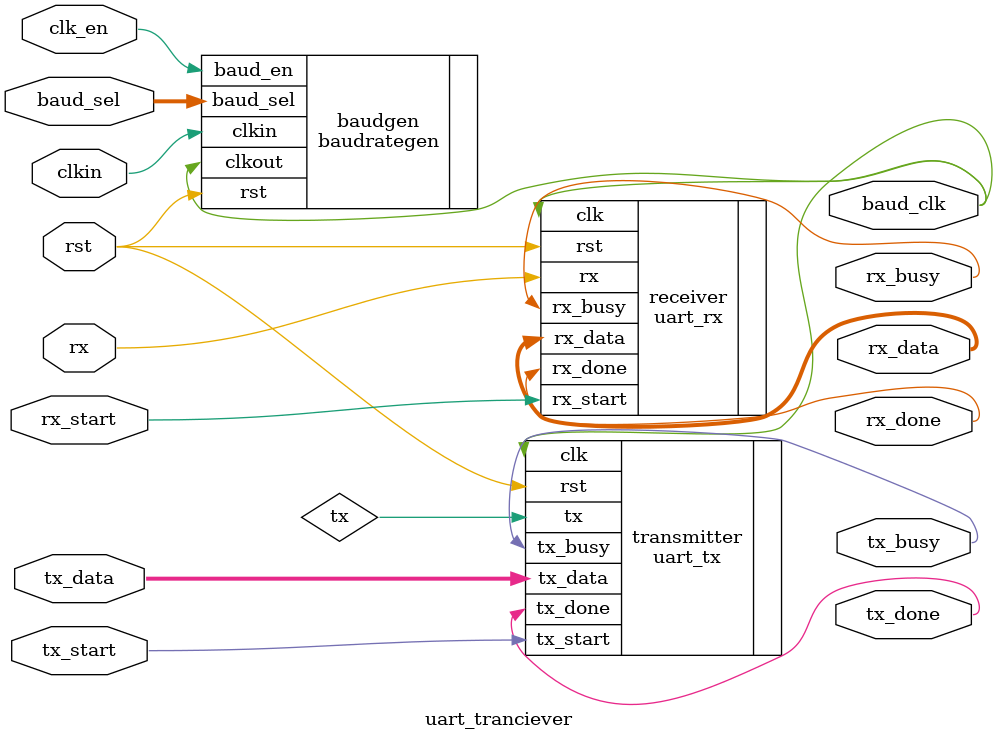
<source format=sv>
`ifndef UART_TRANCIEVER_SV
`define UART_TRANCIEVER_SV

module uart_tranciever (
   input    logic          clkin,      // input clock 25MHz
   input    logic          rst,        // master reset for all
   input    logic          clk_en,     // internal clock gating en
   input    logic [1:0]    baud_sel,   // baudrate selector: 2'b00: 19200 | 2'b01: 38400 | 2'b10: 57600 | 2'b11: 115200
   input    logic          rx,         // rx in
   input    logic [7:0]    tx_data,    // data to be transmitted by uart
   input    logic          tx_start,   // tranmit start signal
   input    logic          rx_start,   // reciever start signal
   output   logic          baud_clk,   // buadrate output for probe
   output   logic          tx_done,    // pulse indicator for tx done
   output   logic          rx_done,    // pulse indicator for rx done
   output   logic          tx_busy,    // tx in progress
   output   logic          rx_busy,    // rx in progress
   output   logic [7:0]    rx_data     // rx latched data
);
   
 
   baudrategen baudgen (
      .clkout     (baud_clk),
      .clkin      (clkin),
      .rst        (rst),
      .baud_en    (clk_en),
      .baud_sel   (baud_sel)
   );
   

   uart_tx transmitter (
      .tx         (tx),
      .tx_done    (tx_done),
      .tx_busy    (tx_busy),
      .tx_data    (tx_data),
      .tx_start   (tx_start),
      .clk        (baud_clk),
      .rst        (rst)
   );

   uart_rx receiver    (
      .rx         (rx),
      .rx_done    (rx_done),
      .rx_busy    (rx_busy),
      .rx_data    (rx_data),
      .rx_start   (rx_start),
      .clk        (baud_clk),
      .rst        (rst)
   );

endmodule
`endif

</source>
